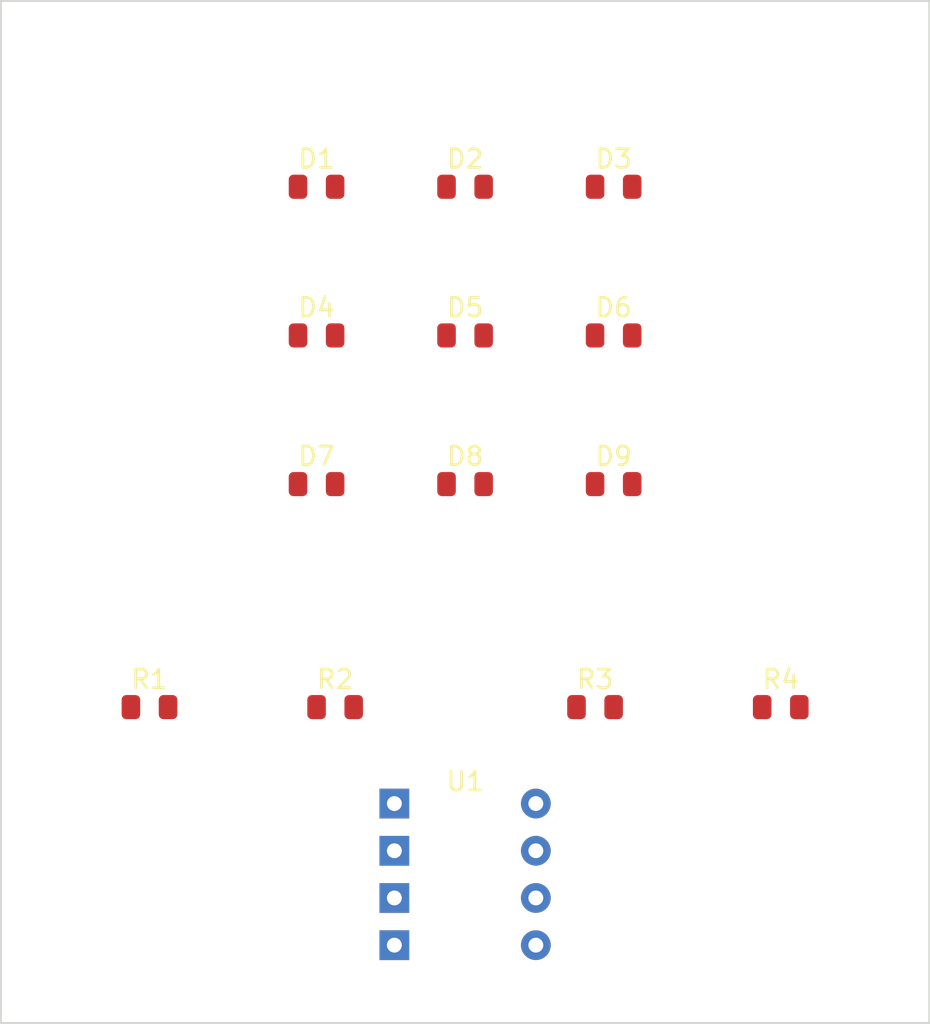
<source format=kicad_pcb>
(kicad_pcb (version 20240108) (generator "kicad-tools-demo") (generator_version "8.0")
  (layers (0 "F.Cu" signal) (31 "B.Cu" signal) (34 "B.Paste" user) (35 "F.Paste" user) (36 "B.SilkS" user "B.Silkscreen") (37 "F.SilkS" user "F.Silkscreen") (38 "B.Mask" user) (39 "F.Mask" user) (44 "Edge.Cuts" user))
  (net 0 "")
  (net 1 "LINE_A")
  (net 2 "LINE_B")
  (net 3 "LINE_C")
  (net 4 "LINE_D")
  (net 5 "NODE_A")
  (net 6 "NODE_B")
  (net 7 "NODE_C")
  (net 8 "NODE_D")
  (net 9 "VCC")
  (net 10 "GND")
  (gr_rect (start 100.0 100.0) (end 150.0 155.0) (stroke (width 0.1)) (fill none) (layer "Edge.Cuts"))
  (footprint "Package_DIP:DIP-8_W7.62mm" (layer "F.Cu") (at 125.0 147.0)
    (fp_text reference "U1" (at 0 -5) (layer "F.SilkS"))
    (fp_text value "MCU")
    (pad "1" thru_hole rect (at -3.810 -3.810) (size 1.6 1.6) (drill 0.8) (layers "*.Cu" "*.Mask") (net 1 "LINE_A"))
    (pad "2" thru_hole rect (at -3.810 -1.270) (size 1.6 1.6) (drill 0.8) (layers "*.Cu" "*.Mask") (net 2 "LINE_B"))
    (pad "3" thru_hole rect (at -3.810 1.270) (size 1.6 1.6) (drill 0.8) (layers "*.Cu" "*.Mask") (net 3 "LINE_C"))
    (pad "4" thru_hole rect (at -3.810 3.810) (size 1.6 1.6) (drill 0.8) (layers "*.Cu" "*.Mask") (net 4 "LINE_D"))
    (pad "5" thru_hole oval (at 3.810 3.810) (size 1.6 1.6) (drill 0.8) (layers "*.Cu" "*.Mask"))
    (pad "6" thru_hole oval (at 3.810 1.270) (size 1.6 1.6) (drill 0.8) (layers "*.Cu" "*.Mask"))
    (pad "7" thru_hole oval (at 3.810 -1.270) (size 1.6 1.6) (drill 0.8) (layers "*.Cu" "*.Mask") (net 9 "VCC"))
    (pad "8" thru_hole oval (at 3.810 -3.810) (size 1.6 1.6) (drill 0.8) (layers "*.Cu" "*.Mask") (net 10 "GND"))
  )
  (footprint "Resistor_SMD:R_0805_2012Metric" (layer "F.Cu") (at 108.0 138.0)
    (fp_text reference "R1" (at 0 -1.5) (layer "F.SilkS"))
    (fp_text value "330R")
    (pad "1" smd roundrect (at -1.0 0) (size 1.0 1.3) (layers "F.Cu" "F.Paste" "F.Mask") (net 1 "LINE_A"))
    (pad "2" smd roundrect (at 1.0 0) (size 1.0 1.3) (layers "F.Cu" "F.Paste" "F.Mask") (net 5 "NODE_A"))
  )
  (footprint "Resistor_SMD:R_0805_2012Metric" (layer "F.Cu") (at 118.0 138.0)
    (fp_text reference "R2" (at 0 -1.5) (layer "F.SilkS"))
    (fp_text value "330R")
    (pad "1" smd roundrect (at -1.0 0) (size 1.0 1.3) (layers "F.Cu" "F.Paste" "F.Mask") (net 2 "LINE_B"))
    (pad "2" smd roundrect (at 1.0 0) (size 1.0 1.3) (layers "F.Cu" "F.Paste" "F.Mask") (net 6 "NODE_B"))
  )
  (footprint "Resistor_SMD:R_0805_2012Metric" (layer "F.Cu") (at 132.0 138.0)
    (fp_text reference "R3" (at 0 -1.5) (layer "F.SilkS"))
    (fp_text value "330R")
    (pad "1" smd roundrect (at -1.0 0) (size 1.0 1.3) (layers "F.Cu" "F.Paste" "F.Mask") (net 3 "LINE_C"))
    (pad "2" smd roundrect (at 1.0 0) (size 1.0 1.3) (layers "F.Cu" "F.Paste" "F.Mask") (net 7 "NODE_C"))
  )
  (footprint "Resistor_SMD:R_0805_2012Metric" (layer "F.Cu") (at 142.0 138.0)
    (fp_text reference "R4" (at 0 -1.5) (layer "F.SilkS"))
    (fp_text value "330R")
    (pad "1" smd roundrect (at -1.0 0) (size 1.0 1.3) (layers "F.Cu" "F.Paste" "F.Mask") (net 4 "LINE_D"))
    (pad "2" smd roundrect (at 1.0 0) (size 1.0 1.3) (layers "F.Cu" "F.Paste" "F.Mask") (net 8 "NODE_D"))
  )
  (footprint "LED_SMD:LED_0805_2012Metric" (layer "F.Cu") (at 117.0 110.0)
    (fp_text reference "D1" (at 0 -1.5) (layer "F.SilkS") (effects (font (size 1.0 1.0))))
    (fp_text value "LED")
    (pad "1" smd roundrect (at -1.0 0) (size 1.0 1.3) (layers "F.Cu" "F.Paste" "F.Mask") (net 6 "NODE_B"))
    (pad "2" smd roundrect (at 1.0 0) (size 1.0 1.3) (layers "F.Cu" "F.Paste" "F.Mask") (net 5 "NODE_A"))
  )
  (footprint "LED_SMD:LED_0805_2012Metric" (layer "F.Cu") (at 125.0 110.0)
    (fp_text reference "D2" (at 0 -1.5) (layer "F.SilkS") (effects (font (size 1.0 1.0))))
    (fp_text value "LED")
    (pad "1" smd roundrect (at -1.0 0) (size 1.0 1.3) (layers "F.Cu" "F.Paste" "F.Mask") (net 5 "NODE_A"))
    (pad "2" smd roundrect (at 1.0 0) (size 1.0 1.3) (layers "F.Cu" "F.Paste" "F.Mask") (net 6 "NODE_B"))
  )
  (footprint "LED_SMD:LED_0805_2012Metric" (layer "F.Cu") (at 133.0 110.0)
    (fp_text reference "D3" (at 0 -1.5) (layer "F.SilkS") (effects (font (size 1.0 1.0))))
    (fp_text value "LED")
    (pad "1" smd roundrect (at -1.0 0) (size 1.0 1.3) (layers "F.Cu" "F.Paste" "F.Mask") (net 7 "NODE_C"))
    (pad "2" smd roundrect (at 1.0 0) (size 1.0 1.3) (layers "F.Cu" "F.Paste" "F.Mask") (net 5 "NODE_A"))
  )
  (footprint "LED_SMD:LED_0805_2012Metric" (layer "F.Cu") (at 117.0 118.0)
    (fp_text reference "D4" (at 0 -1.5) (layer "F.SilkS") (effects (font (size 1.0 1.0))))
    (fp_text value "LED")
    (pad "1" smd roundrect (at -1.0 0) (size 1.0 1.3) (layers "F.Cu" "F.Paste" "F.Mask") (net 5 "NODE_A"))
    (pad "2" smd roundrect (at 1.0 0) (size 1.0 1.3) (layers "F.Cu" "F.Paste" "F.Mask") (net 7 "NODE_C"))
  )
  (footprint "LED_SMD:LED_0805_2012Metric" (layer "F.Cu") (at 125.0 118.0)
    (fp_text reference "D5" (at 0 -1.5) (layer "F.SilkS") (effects (font (size 1.0 1.0))))
    (fp_text value "LED")
    (pad "1" smd roundrect (at -1.0 0) (size 1.0 1.3) (layers "F.Cu" "F.Paste" "F.Mask") (net 8 "NODE_D"))
    (pad "2" smd roundrect (at 1.0 0) (size 1.0 1.3) (layers "F.Cu" "F.Paste" "F.Mask") (net 5 "NODE_A"))
  )
  (footprint "LED_SMD:LED_0805_2012Metric" (layer "F.Cu") (at 133.0 118.0)
    (fp_text reference "D6" (at 0 -1.5) (layer "F.SilkS") (effects (font (size 1.0 1.0))))
    (fp_text value "LED")
    (pad "1" smd roundrect (at -1.0 0) (size 1.0 1.3) (layers "F.Cu" "F.Paste" "F.Mask") (net 5 "NODE_A"))
    (pad "2" smd roundrect (at 1.0 0) (size 1.0 1.3) (layers "F.Cu" "F.Paste" "F.Mask") (net 8 "NODE_D"))
  )
  (footprint "LED_SMD:LED_0805_2012Metric" (layer "F.Cu") (at 117.0 126.0)
    (fp_text reference "D7" (at 0 -1.5) (layer "F.SilkS") (effects (font (size 1.0 1.0))))
    (fp_text value "LED")
    (pad "1" smd roundrect (at -1.0 0) (size 1.0 1.3) (layers "F.Cu" "F.Paste" "F.Mask") (net 7 "NODE_C"))
    (pad "2" smd roundrect (at 1.0 0) (size 1.0 1.3) (layers "F.Cu" "F.Paste" "F.Mask") (net 6 "NODE_B"))
  )
  (footprint "LED_SMD:LED_0805_2012Metric" (layer "F.Cu") (at 125.0 126.0)
    (fp_text reference "D8" (at 0 -1.5) (layer "F.SilkS") (effects (font (size 1.0 1.0))))
    (fp_text value "LED")
    (pad "1" smd roundrect (at -1.0 0) (size 1.0 1.3) (layers "F.Cu" "F.Paste" "F.Mask") (net 6 "NODE_B"))
    (pad "2" smd roundrect (at 1.0 0) (size 1.0 1.3) (layers "F.Cu" "F.Paste" "F.Mask") (net 7 "NODE_C"))
  )
  (footprint "LED_SMD:LED_0805_2012Metric" (layer "F.Cu") (at 133.0 126.0)
    (fp_text reference "D9" (at 0 -1.5) (layer "F.SilkS") (effects (font (size 1.0 1.0))))
    (fp_text value "LED")
    (pad "1" smd roundrect (at -1.0 0) (size 1.0 1.3) (layers "F.Cu" "F.Paste" "F.Mask") (net 8 "NODE_D"))
    (pad "2" smd roundrect (at 1.0 0) (size 1.0 1.3) (layers "F.Cu" "F.Paste" "F.Mask") (net 6 "NODE_B"))
  )
)
</source>
